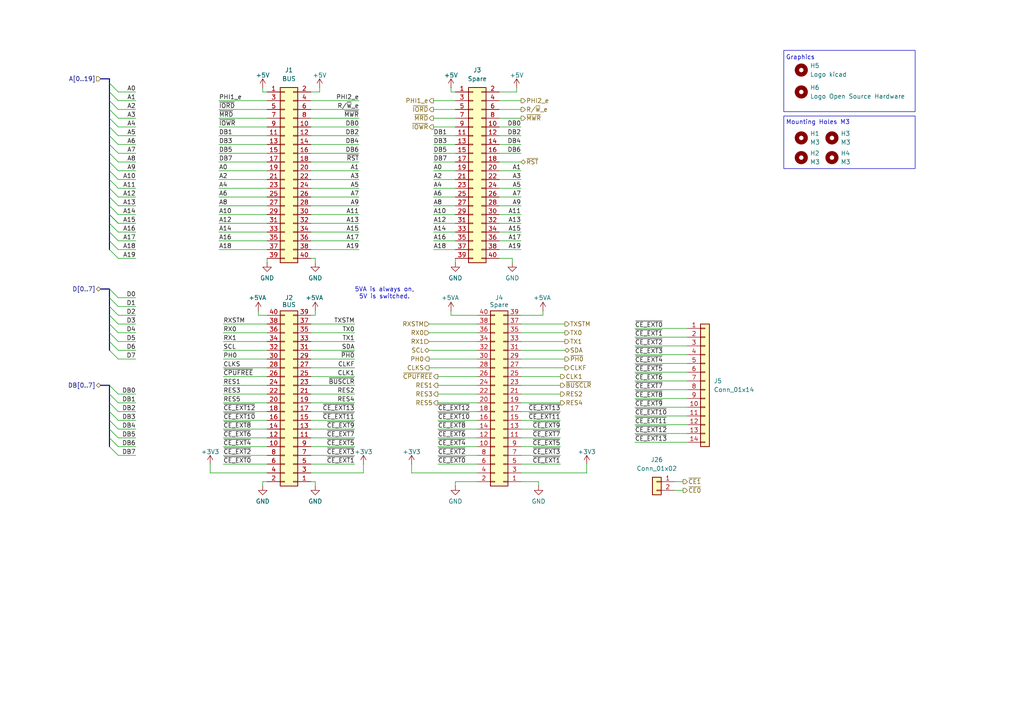
<source format=kicad_sch>
(kicad_sch (version 20231120) (generator "eeschema") (generator_version "8.0")
  (paper "A4")
  (title_block (title "Unicomp v3 - Bus") (date "2024-10-01") (rev "v1.0") (company "100% Offner") (comment 1 "v1.0: Initial"))
  (lib_symbols
    (symbol "Connector_Generic:Conn_01x02" (pin_names (offset 1.016) hide)
      (property "Reference" "J" (at 0 2.54 0))
      (property "Value" "Conn_01x02" (at 0 -5.08 0))
      (symbol "Conn_01x02_1_1"
        (rectangle (start -1.27 -2.413) (end 0 -2.667) (stroke (width 0.1524)))
        (rectangle (start -1.27 0.127) (end 0 -0.127) (stroke (width 0.1524)))
        (rectangle (start -1.27 1.27) (end 1.27 -3.81) (stroke (width 0.254)) (fill (type background)))
        (pin passive line (at -5.08 0 0) (length 3.81) (name "Pin_1") (number "1"))
        (pin passive line (at -5.08 -2.54 0) (length 3.81) (name "Pin_2") (number "2"))
      )
    )
    (symbol "Connector_Generic:Conn_01x14" (pin_names (offset 1.016) hide)
      (property "Reference" "J" (at 0 17.78 0))
      (property "Value" "Conn_01x14" (at 0 -20.32 0))
      (symbol "Conn_01x14_1_1"
        (rectangle (start -1.27 -17.653) (end 0 -17.907) (stroke (width 0.1524)))
        (rectangle (start -1.27 -15.113) (end 0 -15.367) (stroke (width 0.1524)))
        (rectangle (start -1.27 -12.573) (end 0 -12.827) (stroke (width 0.1524)))
        (rectangle (start -1.27 -10.033) (end 0 -10.287) (stroke (width 0.1524)))
        (rectangle (start -1.27 -7.493) (end 0 -7.747) (stroke (width 0.1524)))
        (rectangle (start -1.27 -4.953) (end 0 -5.207) (stroke (width 0.1524)))
        (rectangle (start -1.27 -2.413) (end 0 -2.667) (stroke (width 0.1524)))
        (rectangle (start -1.27 0.127) (end 0 -0.127) (stroke (width 0.1524)))
        (rectangle (start -1.27 2.667) (end 0 2.413) (stroke (width 0.1524)))
        (rectangle (start -1.27 5.207) (end 0 4.953) (stroke (width 0.1524)))
        (rectangle (start -1.27 7.747) (end 0 7.493) (stroke (width 0.1524)))
        (rectangle (start -1.27 10.287) (end 0 10.033) (stroke (width 0.1524)))
        (rectangle (start -1.27 12.827) (end 0 12.573) (stroke (width 0.1524)))
        (rectangle (start -1.27 15.367) (end 0 15.113) (stroke (width 0.1524)))
        (rectangle (start -1.27 16.51) (end 1.27 -19.05) (stroke (width 0.254)) (fill (type background)))
        (pin passive line (at -5.08 15.24 0) (length 3.81) (name "Pin_1") (number "1"))
        (pin passive line (at -5.08 -7.62 0) (length 3.81) (name "Pin_10") (number "10"))
        (pin passive line (at -5.08 -10.16 0) (length 3.81) (name "Pin_11") (number "11"))
        (pin passive line (at -5.08 -12.7 0) (length 3.81) (name "Pin_12") (number "12"))
        (pin passive line (at -5.08 -15.24 0) (length 3.81) (name "Pin_13") (number "13"))
        (pin passive line (at -5.08 -17.78 0) (length 3.81) (name "Pin_14") (number "14"))
        (pin passive line (at -5.08 12.7 0) (length 3.81) (name "Pin_2") (number "2"))
        (pin passive line (at -5.08 10.16 0) (length 3.81) (name "Pin_3") (number "3"))
        (pin passive line (at -5.08 7.62 0) (length 3.81) (name "Pin_4") (number "4"))
        (pin passive line (at -5.08 5.08 0) (length 3.81) (name "Pin_5") (number "5"))
        (pin passive line (at -5.08 2.54 0) (length 3.81) (name "Pin_6") (number "6"))
        (pin passive line (at -5.08 0 0) (length 3.81) (name "Pin_7") (number "7"))
        (pin passive line (at -5.08 -2.54 0) (length 3.81) (name "Pin_8") (number "8"))
        (pin passive line (at -5.08 -5.08 0) (length 3.81) (name "Pin_9") (number "9"))
      )
    )
    (symbol "Connector_Generic:Conn_02x20_Odd_Even" (pin_names (offset 1.016) hide)
      (property "Reference" "J" (at 1.27 25.4 0))
      (property "Value" "Conn_02x20_Odd_Even" (at 1.27 -27.94 0))
      (symbol "Conn_02x20_Odd_Even_1_1"
        (rectangle (start -1.27 -25.273) (end 0 -25.527) (stroke (width 0.1524)))
        (rectangle (start -1.27 -22.733) (end 0 -22.987) (stroke (width 0.1524)))
        (rectangle (start -1.27 -20.193) (end 0 -20.447) (stroke (width 0.1524)))
        (rectangle (start -1.27 -17.653) (end 0 -17.907) (stroke (width 0.1524)))
        (rectangle (start -1.27 -15.113) (end 0 -15.367) (stroke (width 0.1524)))
        (rectangle (start -1.27 -12.573) (end 0 -12.827) (stroke (width 0.1524)))
        (rectangle (start -1.27 -10.033) (end 0 -10.287) (stroke (width 0.1524)))
        (rectangle (start -1.27 -7.493) (end 0 -7.747) (stroke (width 0.1524)))
        (rectangle (start -1.27 -4.953) (end 0 -5.207) (stroke (width 0.1524)))
        (rectangle (start -1.27 -2.413) (end 0 -2.667) (stroke (width 0.1524)))
        (rectangle (start -1.27 0.127) (end 0 -0.127) (stroke (width 0.1524)))
        (rectangle (start -1.27 2.667) (end 0 2.413) (stroke (width 0.1524)))
        (rectangle (start -1.27 5.207) (end 0 4.953) (stroke (width 0.1524)))
        (rectangle (start -1.27 7.747) (end 0 7.493) (stroke (width 0.1524)))
        (rectangle (start -1.27 10.287) (end 0 10.033) (stroke (width 0.1524)))
        (rectangle (start -1.27 12.827) (end 0 12.573) (stroke (width 0.1524)))
        (rectangle (start -1.27 15.367) (end 0 15.113) (stroke (width 0.1524)))
        (rectangle (start -1.27 17.907) (end 0 17.653) (stroke (width 0.1524)))
        (rectangle (start -1.27 20.447) (end 0 20.193) (stroke (width 0.1524)))
        (rectangle (start -1.27 22.987) (end 0 22.733) (stroke (width 0.1524)))
        (rectangle (start -1.27 24.13) (end 3.81 -26.67) (stroke (width 0.254)) (fill (type background)))
        (rectangle (start 3.81 -25.273) (end 2.54 -25.527) (stroke (width 0.1524)))
        (rectangle (start 3.81 -22.733) (end 2.54 -22.987) (stroke (width 0.1524)))
        (rectangle (start 3.81 -20.193) (end 2.54 -20.447) (stroke (width 0.1524)))
        (rectangle (start 3.81 -17.653) (end 2.54 -17.907) (stroke (width 0.1524)))
        (rectangle (start 3.81 -15.113) (end 2.54 -15.367) (stroke (width 0.1524)))
        (rectangle (start 3.81 -12.573) (end 2.54 -12.827) (stroke (width 0.1524)))
        (rectangle (start 3.81 -10.033) (end 2.54 -10.287) (stroke (width 0.1524)))
        (rectangle (start 3.81 -7.493) (end 2.54 -7.747) (stroke (width 0.1524)))
        (rectangle (start 3.81 -4.953) (end 2.54 -5.207) (stroke (width 0.1524)))
        (rectangle (start 3.81 -2.413) (end 2.54 -2.667) (stroke (width 0.1524)))
        (rectangle (start 3.81 0.127) (end 2.54 -0.127) (stroke (width 0.1524)))
        (rectangle (start 3.81 2.667) (end 2.54 2.413) (stroke (width 0.1524)))
        (rectangle (start 3.81 5.207) (end 2.54 4.953) (stroke (width 0.1524)))
        (rectangle (start 3.81 7.747) (end 2.54 7.493) (stroke (width 0.1524)))
        (rectangle (start 3.81 10.287) (end 2.54 10.033) (stroke (width 0.1524)))
        (rectangle (start 3.81 12.827) (end 2.54 12.573) (stroke (width 0.1524)))
        (rectangle (start 3.81 15.367) (end 2.54 15.113) (stroke (width 0.1524)))
        (rectangle (start 3.81 17.907) (end 2.54 17.653) (stroke (width 0.1524)))
        (rectangle (start 3.81 20.447) (end 2.54 20.193) (stroke (width 0.1524)))
        (rectangle (start 3.81 22.987) (end 2.54 22.733) (stroke (width 0.1524)))
        (pin passive line (at -5.08 22.86 0) (length 3.81) (name "Pin_1") (number "1"))
        (pin passive line (at 7.62 12.7 180) (length 3.81) (name "Pin_10") (number "10"))
        (pin passive line (at -5.08 10.16 0) (length 3.81) (name "Pin_11") (number "11"))
        (pin passive line (at 7.62 10.16 180) (length 3.81) (name "Pin_12") (number "12"))
        (pin passive line (at -5.08 7.62 0) (length 3.81) (name "Pin_13") (number "13"))
        (pin passive line (at 7.62 7.62 180) (length 3.81) (name "Pin_14") (number "14"))
        (pin passive line (at -5.08 5.08 0) (length 3.81) (name "Pin_15") (number "15"))
        (pin passive line (at 7.62 5.08 180) (length 3.81) (name "Pin_16") (number "16"))
        (pin passive line (at -5.08 2.54 0) (length 3.81) (name "Pin_17") (number "17"))
        (pin passive line (at 7.62 2.54 180) (length 3.81) (name "Pin_18") (number "18"))
        (pin passive line (at -5.08 0 0) (length 3.81) (name "Pin_19") (number "19"))
        (pin passive line (at 7.62 22.86 180) (length 3.81) (name "Pin_2") (number "2"))
        (pin passive line (at 7.62 0 180) (length 3.81) (name "Pin_20") (number "20"))
        (pin passive line (at -5.08 -2.54 0) (length 3.81) (name "Pin_21") (number "21"))
        (pin passive line (at 7.62 -2.54 180) (length 3.81) (name "Pin_22") (number "22"))
        (pin passive line (at -5.08 -5.08 0) (length 3.81) (name "Pin_23") (number "23"))
        (pin passive line (at 7.62 -5.08 180) (length 3.81) (name "Pin_24") (number "24"))
        (pin passive line (at -5.08 -7.62 0) (length 3.81) (name "Pin_25") (number "25"))
        (pin passive line (at 7.62 -7.62 180) (length 3.81) (name "Pin_26") (number "26"))
        (pin passive line (at -5.08 -10.16 0) (length 3.81) (name "Pin_27") (number "27"))
        (pin passive line (at 7.62 -10.16 180) (length 3.81) (name "Pin_28") (number "28"))
        (pin passive line (at -5.08 -12.7 0) (length 3.81) (name "Pin_29") (number "29"))
        (pin passive line (at -5.08 20.32 0) (length 3.81) (name "Pin_3") (number "3"))
        (pin passive line (at 7.62 -12.7 180) (length 3.81) (name "Pin_30") (number "30"))
        (pin passive line (at -5.08 -15.24 0) (length 3.81) (name "Pin_31") (number "31"))
        (pin passive line (at 7.62 -15.24 180) (length 3.81) (name "Pin_32") (number "32"))
        (pin passive line (at -5.08 -17.78 0) (length 3.81) (name "Pin_33") (number "33"))
        (pin passive line (at 7.62 -17.78 180) (length 3.81) (name "Pin_34") (number "34"))
        (pin passive line (at -5.08 -20.32 0) (length 3.81) (name "Pin_35") (number "35"))
        (pin passive line (at 7.62 -20.32 180) (length 3.81) (name "Pin_36") (number "36"))
        (pin passive line (at -5.08 -22.86 0) (length 3.81) (name "Pin_37") (number "37"))
        (pin passive line (at 7.62 -22.86 180) (length 3.81) (name "Pin_38") (number "38"))
        (pin passive line (at -5.08 -25.4 0) (length 3.81) (name "Pin_39") (number "39"))
        (pin passive line (at 7.62 20.32 180) (length 3.81) (name "Pin_4") (number "4"))
        (pin passive line (at 7.62 -25.4 180) (length 3.81) (name "Pin_40") (number "40"))
        (pin passive line (at -5.08 17.78 0) (length 3.81) (name "Pin_5") (number "5"))
        (pin passive line (at 7.62 17.78 180) (length 3.81) (name "Pin_6") (number "6"))
        (pin passive line (at -5.08 15.24 0) (length 3.81) (name "Pin_7") (number "7"))
        (pin passive line (at 7.62 15.24 180) (length 3.81) (name "Pin_8") (number "8"))
        (pin passive line (at -5.08 12.7 0) (length 3.81) (name "Pin_9") (number "9"))
      )
    )
    (symbol "Mechanical:MountingHole" (pin_names (offset 1.016)) (exclude_from_sim yes) (in_bom no)
      (property "Reference" "H" (at 0 5.08 0))
      (property "Value" "MountingHole" (at 0 3.175 0))
      (symbol "MountingHole_0_1"
        (circle (center 0 0) (radius 1.27) (stroke (width 1.27)))
      )
    )
    (symbol "power:+3V3" (power) (pin_numbers hide) (pin_names (offset 0) hide)
      (property "Value" "+3V3" (at 0 3.556 0))
      (symbol "+3V3_0_1"
        (polyline (pts (xy -0.762 1.27) (xy 0 2.54)))
        (polyline (pts (xy 0 0) (xy 0 2.54)))
        (polyline (pts (xy 0 2.54) (xy 0.762 1.27)))
      )
      (symbol "+3V3_1_1"
        (pin power_in line (at 0 0 90) (length 0) (name "~") (number "1"))
      )
    )
    (symbol "power:+5V" (power) (pin_numbers hide) (pin_names (offset 0) hide)
      (property "Value" "+5V" (at 0 3.556 0))
      (symbol "+5V_0_1"
        (polyline (pts (xy -0.762 1.27) (xy 0 2.54)))
        (polyline (pts (xy 0 0) (xy 0 2.54)))
        (polyline (pts (xy 0 2.54) (xy 0.762 1.27)))
      )
      (symbol "+5V_1_1"
        (pin power_in line (at 0 0 90) (length 0) (name "~") (number "1"))
      )
    )
    (symbol "power:+5VA" (power) (pin_numbers hide) (pin_names (offset 0) hide)
      (property "Value" "+5VA" (at 0 3.556 0))
      (symbol "+5VA_0_1"
        (polyline (pts (xy -0.762 1.27) (xy 0 2.54)))
        (polyline (pts (xy 0 0) (xy 0 2.54)))
        (polyline (pts (xy 0 2.54) (xy 0.762 1.27)))
      )
      (symbol "+5VA_1_1"
        (pin power_in line (at 0 0 90) (length 0) (name "~") (number "1"))
      )
    )
    (symbol "power:GND" (power) (pin_numbers hide) (pin_names (offset 0) hide)
      (property "Value" "GND" (at 0 -3.81 0))
      (symbol "GND_0_1"
        (polyline (pts (xy 0 0) (xy 0 -1.27) (xy 1.27 -1.27) (xy 0 -2.54) (xy -1.27 -1.27) (xy 0 -1.27)))
      )
      (symbol "GND_1_1"
        (pin power_in line (at 0 0 270) (length 0) (name "~") (number "1"))
      )
    )
  )
  (bus_entry (at 31.75 57.15) (size 2.54 2.54))
  (bus_entry (at 31.75 111.76) (size 2.54 2.54))
  (bus_entry (at 31.75 49.53) (size 2.54 2.54))
  (bus_entry (at 31.75 34.29) (size 2.54 2.54))
  (bus_entry (at 31.75 129.54) (size 2.54 2.54))
  (bus_entry (at 31.75 116.84) (size 2.54 2.54))
  (bus_entry (at 31.75 114.3) (size 2.54 2.54))
  (bus_entry (at 31.75 62.23) (size 2.54 2.54))
  (bus_entry (at 31.75 72.39) (size 2.54 2.54))
  (bus_entry (at 31.75 91.44) (size 2.54 2.54))
  (bus_entry (at 31.75 83.82) (size 2.54 2.54))
  (bus_entry (at 31.75 99.06) (size 2.54 2.54))
  (bus_entry (at 31.75 36.83) (size 2.54 2.54))
  (bus_entry (at 31.75 24.13) (size 2.54 2.54))
  (bus_entry (at 31.75 67.31) (size 2.54 2.54))
  (bus_entry (at 31.75 54.61) (size 2.54 2.54))
  (bus_entry (at 31.75 44.45) (size 2.54 2.54))
  (bus_entry (at 31.75 86.36) (size 2.54 2.54))
  (bus_entry (at 31.75 41.91) (size 2.54 2.54))
  (bus_entry (at 31.75 46.99) (size 2.54 2.54))
  (bus_entry (at 31.75 39.37) (size 2.54 2.54))
  (bus_entry (at 31.75 119.38) (size 2.54 2.54))
  (bus_entry (at 31.75 31.75) (size 2.54 2.54))
  (bus_entry (at 31.75 29.21) (size 2.54 2.54))
  (bus_entry (at 31.75 96.52) (size 2.54 2.54))
  (bus_entry (at 31.75 26.67) (size 2.54 2.54))
  (bus_entry (at 31.75 88.9) (size 2.54 2.54))
  (bus_entry (at 31.75 121.92) (size 2.54 2.54))
  (bus_entry (at 31.75 52.07) (size 2.54 2.54))
  (bus_entry (at 31.75 62.23) (size 2.54 2.54))
  (bus_entry (at 31.75 69.85) (size 2.54 2.54))
  (bus_entry (at 31.75 124.46) (size 2.54 2.54))
  (bus_entry (at 31.75 59.69) (size 2.54 2.54))
  (bus_entry (at 31.75 93.98) (size 2.54 2.54))
  (bus_entry (at 31.75 64.77) (size 2.54 2.54))
  (bus_entry (at 31.75 101.6) (size 2.54 2.54))
  (bus_entry (at 31.75 127) (size 2.54 2.54))
  (wire (pts (xy 39.37 91.44) (xy 34.29 91.44)))
  (wire (pts (xy 125.73 41.91) (xy 132.08 41.91)))
  (bus (pts (xy 31.75 91.44) (xy 31.75 88.9)))
  (bus (pts (xy 31.75 31.75) (xy 31.75 29.21)))
  (wire (pts (xy 91.44 74.93) (xy 90.17 74.93)))
  (bus (pts (xy 31.75 124.46) (xy 31.75 121.92)))
  (wire (pts (xy 184.15 105.41) (xy 199.39 105.41)))
  (wire (pts (xy 151.13 116.84) (xy 162.56 116.84)))
  (wire (pts (xy 125.73 44.45) (xy 132.08 44.45)))
  (wire (pts (xy 63.5 29.21) (xy 77.47 29.21)))
  (bus (pts (xy 31.75 114.3) (xy 31.75 111.76)))
  (bus (pts (xy 31.75 121.92) (xy 31.75 119.38)))
  (wire (pts (xy 144.78 57.15) (xy 151.13 57.15)))
  (wire (pts (xy 91.44 90.17) (xy 91.44 91.44)))
  (wire (pts (xy 156.21 139.7) (xy 151.13 139.7)))
  (wire (pts (xy 39.37 104.14) (xy 34.29 104.14)))
  (wire (pts (xy 90.17 99.06) (xy 102.87 99.06)))
  (wire (pts (xy 170.18 134.62) (xy 170.18 137.16)))
  (wire (pts (xy 125.73 39.37) (xy 132.08 39.37)))
  (wire (pts (xy 63.5 64.77) (xy 77.47 64.77)))
  (wire (pts (xy 130.81 90.17) (xy 130.81 91.44)))
  (wire (pts (xy 64.77 134.62) (xy 77.47 134.62)))
  (wire (pts (xy 144.78 64.77) (xy 151.13 64.77)))
  (wire (pts (xy 144.78 69.85) (xy 151.13 69.85)))
  (wire (pts (xy 198.12 142.24) (xy 195.58 142.24)))
  (wire (pts (xy 39.37 127) (xy 34.29 127)))
  (wire (pts (xy 64.77 121.92) (xy 77.47 121.92)))
  (wire (pts (xy 151.13 129.54) (xy 162.56 129.54)))
  (wire (pts (xy 127 111.76) (xy 138.43 111.76)))
  (wire (pts (xy 90.17 64.77) (xy 104.14 64.77)))
  (wire (pts (xy 149.86 26.67) (xy 144.78 26.67)))
  (wire (pts (xy 39.37 69.85) (xy 34.29 69.85)))
  (wire (pts (xy 91.44 76.2) (xy 91.44 74.93)))
  (wire (pts (xy 151.13 99.06) (xy 163.83 99.06)))
  (wire (pts (xy 90.17 59.69) (xy 104.14 59.69)))
  (wire (pts (xy 127 127) (xy 138.43 127)))
  (wire (pts (xy 184.15 97.79) (xy 199.39 97.79)))
  (wire (pts (xy 130.81 91.44) (xy 138.43 91.44)))
  (wire (pts (xy 63.5 36.83) (xy 77.47 36.83)))
  (wire (pts (xy 63.5 39.37) (xy 77.47 39.37)))
  (wire (pts (xy 184.15 102.87) (xy 199.39 102.87)))
  (bus (pts (xy 31.75 116.84) (xy 31.75 114.3)))
  (wire (pts (xy 90.17 116.84) (xy 102.87 116.84)))
  (wire (pts (xy 39.37 121.92) (xy 34.29 121.92)))
  (bus (pts (xy 31.75 127) (xy 31.75 124.46)))
  (wire (pts (xy 157.48 90.17) (xy 157.48 91.44)))
  (wire (pts (xy 125.73 69.85) (xy 132.08 69.85)))
  (wire (pts (xy 60.96 137.16) (xy 77.47 137.16)))
  (wire (pts (xy 148.59 76.2) (xy 148.59 74.93)))
  (wire (pts (xy 151.13 127) (xy 162.56 127)))
  (bus (pts (xy 31.75 99.06) (xy 31.75 96.52)))
  (bus (pts (xy 31.75 88.9) (xy 31.75 86.36)))
  (wire (pts (xy 125.73 46.99) (xy 132.08 46.99)))
  (wire (pts (xy 76.2 25.4) (xy 76.2 26.67)))
  (wire (pts (xy 125.73 31.75) (xy 132.08 31.75)))
  (wire (pts (xy 39.37 36.83) (xy 34.29 36.83)))
  (wire (pts (xy 39.37 57.15) (xy 34.29 57.15)))
  (wire (pts (xy 74.93 91.44) (xy 77.47 91.44)))
  (bus (pts (xy 31.75 64.77) (xy 31.75 62.23)))
  (wire (pts (xy 39.37 62.23) (xy 34.29 62.23)))
  (wire (pts (xy 64.77 99.06) (xy 77.47 99.06)))
  (wire (pts (xy 149.86 25.4) (xy 149.86 26.67)))
  (wire (pts (xy 39.37 132.08) (xy 34.29 132.08)))
  (wire (pts (xy 125.73 57.15) (xy 132.08 57.15)))
  (wire (pts (xy 39.37 52.07) (xy 34.29 52.07)))
  (wire (pts (xy 90.17 36.83) (xy 104.14 36.83)))
  (wire (pts (xy 39.37 49.53) (xy 34.29 49.53)))
  (bus (pts (xy 31.75 44.45) (xy 31.75 41.91)))
  (wire (pts (xy 92.71 25.4) (xy 92.71 26.67)))
  (wire (pts (xy 39.37 119.38) (xy 34.29 119.38)))
  (wire (pts (xy 90.17 31.75) (xy 104.14 31.75)))
  (wire (pts (xy 64.77 124.46) (xy 77.47 124.46)))
  (bus (pts (xy 31.75 86.36) (xy 31.75 83.82)))
  (wire (pts (xy 64.77 106.68) (xy 77.47 106.68)))
  (wire (pts (xy 39.37 88.9) (xy 34.29 88.9)))
  (wire (pts (xy 64.77 101.6) (xy 77.47 101.6)))
  (wire (pts (xy 64.77 114.3) (xy 77.47 114.3)))
  (bus (pts (xy 31.75 69.85) (xy 31.75 67.31)))
  (wire (pts (xy 39.37 46.99) (xy 34.29 46.99)))
  (wire (pts (xy 125.73 59.69) (xy 132.08 59.69)))
  (wire (pts (xy 39.37 96.52) (xy 34.29 96.52)))
  (wire (pts (xy 64.77 129.54) (xy 77.47 129.54)))
  (wire (pts (xy 39.37 39.37) (xy 34.29 39.37)))
  (wire (pts (xy 125.73 36.83) (xy 132.08 36.83)))
  (bus (pts (xy 31.75 111.76) (xy 29.21 111.76)))
  (wire (pts (xy 125.73 52.07) (xy 132.08 52.07)))
  (wire (pts (xy 39.37 34.29) (xy 34.29 34.29)))
  (wire (pts (xy 63.5 31.75) (xy 77.47 31.75)))
  (wire (pts (xy 127 116.84) (xy 138.43 116.84)))
  (wire (pts (xy 151.13 124.46) (xy 162.56 124.46)))
  (wire (pts (xy 184.15 123.19) (xy 199.39 123.19)))
  (wire (pts (xy 130.81 26.67) (xy 132.08 26.67)))
  (wire (pts (xy 151.13 101.6) (xy 163.83 101.6)))
  (wire (pts (xy 184.15 107.95) (xy 199.39 107.95)))
  (bus (pts (xy 31.75 39.37) (xy 31.75 36.83)))
  (wire (pts (xy 63.5 52.07) (xy 77.47 52.07)))
  (wire (pts (xy 90.17 134.62) (xy 102.87 134.62)))
  (bus (pts (xy 31.75 93.98) (xy 31.75 91.44)))
  (wire (pts (xy 39.37 44.45) (xy 34.29 44.45)))
  (wire (pts (xy 157.48 91.44) (xy 151.13 91.44)))
  (wire (pts (xy 127 114.3) (xy 138.43 114.3)))
  (wire (pts (xy 124.46 106.68) (xy 138.43 106.68)))
  (wire (pts (xy 77.47 76.2) (xy 77.47 74.93)))
  (wire (pts (xy 63.5 72.39) (xy 77.47 72.39)))
  (wire (pts (xy 151.13 109.22) (xy 162.56 109.22)))
  (wire (pts (xy 90.17 69.85) (xy 104.14 69.85)))
  (wire (pts (xy 184.15 100.33) (xy 199.39 100.33)))
  (wire (pts (xy 63.5 62.23) (xy 77.47 62.23)))
  (wire (pts (xy 127 119.38) (xy 138.43 119.38)))
  (wire (pts (xy 63.5 59.69) (xy 77.47 59.69)))
  (wire (pts (xy 195.58 139.7) (xy 198.12 139.7)))
  (bus (pts (xy 31.75 129.54) (xy 31.75 127)))
  (wire (pts (xy 90.17 57.15) (xy 104.14 57.15)))
  (wire (pts (xy 91.44 91.44) (xy 90.17 91.44)))
  (wire (pts (xy 125.73 62.23) (xy 132.08 62.23)))
  (bus (pts (xy 31.75 52.07) (xy 31.75 49.53)))
  (bus (pts (xy 31.75 54.61) (xy 31.75 52.07)))
  (wire (pts (xy 39.37 64.77) (xy 34.29 64.77)))
  (wire (pts (xy 184.15 95.25) (xy 199.39 95.25)))
  (wire (pts (xy 144.78 62.23) (xy 151.13 62.23)))
  (wire (pts (xy 125.73 34.29) (xy 132.08 34.29)))
  (bus (pts (xy 31.75 72.39) (xy 31.75 69.85)))
  (wire (pts (xy 144.78 67.31) (xy 151.13 67.31)))
  (wire (pts (xy 151.13 132.08) (xy 162.56 132.08)))
  (wire (pts (xy 119.38 137.16) (xy 138.43 137.16)))
  (wire (pts (xy 151.13 96.52) (xy 163.83 96.52)))
  (wire (pts (xy 63.5 54.61) (xy 77.47 54.61)))
  (bus (pts (xy 31.75 49.53) (xy 31.75 46.99)))
  (wire (pts (xy 76.2 140.97) (xy 76.2 139.7)))
  (wire (pts (xy 156.21 140.97) (xy 156.21 139.7)))
  (wire (pts (xy 39.37 99.06) (xy 34.29 99.06)))
  (wire (pts (xy 91.44 140.97) (xy 91.44 139.7)))
  (bus (pts (xy 31.75 29.21) (xy 31.75 26.67)))
  (wire (pts (xy 125.73 67.31) (xy 132.08 67.31)))
  (wire (pts (xy 144.78 49.53) (xy 151.13 49.53)))
  (wire (pts (xy 39.37 86.36) (xy 34.29 86.36)))
  (bus (pts (xy 31.75 83.82) (xy 29.21 83.82)))
  (wire (pts (xy 127 121.92) (xy 138.43 121.92)))
  (wire (pts (xy 127 129.54) (xy 138.43 129.54)))
  (wire (pts (xy 63.5 34.29) (xy 77.47 34.29)))
  (wire (pts (xy 144.78 34.29) (xy 151.13 34.29)))
  (wire (pts (xy 184.15 118.11) (xy 199.39 118.11)))
  (wire (pts (xy 63.5 46.99) (xy 77.47 46.99)))
  (wire (pts (xy 90.17 106.68) (xy 102.87 106.68)))
  (wire (pts (xy 144.78 29.21) (xy 151.13 29.21)))
  (wire (pts (xy 76.2 26.67) (xy 77.47 26.67)))
  (wire (pts (xy 90.17 114.3) (xy 102.87 114.3)))
  (wire (pts (xy 184.15 125.73) (xy 199.39 125.73)))
  (wire (pts (xy 132.08 76.2) (xy 132.08 74.93)))
  (wire (pts (xy 39.37 116.84) (xy 34.29 116.84)))
  (wire (pts (xy 125.73 72.39) (xy 132.08 72.39)))
  (wire (pts (xy 74.93 90.17) (xy 74.93 91.44)))
  (wire (pts (xy 64.77 109.22) (xy 77.47 109.22)))
  (wire (pts (xy 39.37 74.93) (xy 34.29 74.93)))
  (wire (pts (xy 90.17 104.14) (xy 102.87 104.14)))
  (wire (pts (xy 184.15 128.27) (xy 199.39 128.27)))
  (wire (pts (xy 90.17 44.45) (xy 104.14 44.45)))
  (wire (pts (xy 64.77 111.76) (xy 77.47 111.76)))
  (wire (pts (xy 144.78 54.61) (xy 151.13 54.61)))
  (wire (pts (xy 124.46 101.6) (xy 138.43 101.6)))
  (bus (pts (xy 31.75 57.15) (xy 31.75 54.61)))
  (wire (pts (xy 151.13 93.98) (xy 163.83 93.98)))
  (wire (pts (xy 63.5 69.85) (xy 77.47 69.85)))
  (wire (pts (xy 64.77 93.98) (xy 77.47 93.98)))
  (wire (pts (xy 39.37 31.75) (xy 34.29 31.75)))
  (wire (pts (xy 90.17 62.23) (xy 104.14 62.23)))
  (wire (pts (xy 124.46 96.52) (xy 138.43 96.52)))
  (wire (pts (xy 127 124.46) (xy 138.43 124.46)))
  (wire (pts (xy 90.17 49.53) (xy 104.14 49.53)))
  (bus (pts (xy 31.75 46.99) (xy 31.75 44.45)))
  (wire (pts (xy 64.77 96.52) (xy 77.47 96.52)))
  (wire (pts (xy 124.46 104.14) (xy 138.43 104.14)))
  (wire (pts (xy 90.17 127) (xy 102.87 127)))
  (wire (pts (xy 92.71 26.67) (xy 90.17 26.67)))
  (wire (pts (xy 76.2 139.7) (xy 77.47 139.7)))
  (wire (pts (xy 124.46 99.06) (xy 138.43 99.06)))
  (wire (pts (xy 144.78 44.45) (xy 151.13 44.45)))
  (wire (pts (xy 144.78 59.69) (xy 151.13 59.69)))
  (wire (pts (xy 125.73 54.61) (xy 132.08 54.61)))
  (wire (pts (xy 63.5 67.31) (xy 77.47 67.31)))
  (wire (pts (xy 184.15 113.03) (xy 199.39 113.03)))
  (wire (pts (xy 127 132.08) (xy 138.43 132.08)))
  (wire (pts (xy 90.17 119.38) (xy 102.87 119.38)))
  (wire (pts (xy 63.5 41.91) (xy 77.47 41.91)))
  (wire (pts (xy 39.37 59.69) (xy 34.29 59.69)))
  (wire (pts (xy 63.5 44.45) (xy 77.47 44.45)))
  (wire (pts (xy 60.96 134.62) (xy 60.96 137.16)))
  (wire (pts (xy 151.13 119.38) (xy 162.56 119.38)))
  (wire (pts (xy 64.77 116.84) (xy 77.47 116.84)))
  (wire (pts (xy 90.17 129.54) (xy 102.87 129.54)))
  (wire (pts (xy 127 134.62) (xy 138.43 134.62)))
  (wire (pts (xy 39.37 93.98) (xy 34.29 93.98)))
  (wire (pts (xy 64.77 127) (xy 77.47 127)))
  (wire (pts (xy 39.37 101.6) (xy 34.29 101.6)))
  (bus (pts (xy 31.75 119.38) (xy 31.75 116.84)))
  (wire (pts (xy 64.77 119.38) (xy 77.47 119.38)))
  (wire (pts (xy 144.78 31.75) (xy 151.13 31.75)))
  (bus (pts (xy 31.75 36.83) (xy 31.75 34.29)))
  (wire (pts (xy 151.13 111.76) (xy 162.56 111.76)))
  (wire (pts (xy 90.17 41.91) (xy 104.14 41.91)))
  (wire (pts (xy 151.13 137.16) (xy 170.18 137.16)))
  (wire (pts (xy 63.5 57.15) (xy 77.47 57.15)))
  (wire (pts (xy 148.59 74.93) (xy 144.78 74.93)))
  (wire (pts (xy 90.17 39.37) (xy 104.14 39.37)))
  (wire (pts (xy 119.38 134.62) (xy 119.38 137.16)))
  (wire (pts (xy 90.17 34.29) (xy 104.14 34.29)))
  (wire (pts (xy 39.37 41.91) (xy 34.29 41.91)))
  (wire (pts (xy 132.08 139.7) (xy 138.43 139.7)))
  (wire (pts (xy 125.73 64.77) (xy 132.08 64.77)))
  (wire (pts (xy 39.37 29.21) (xy 34.29 29.21)))
  (wire (pts (xy 90.17 93.98) (xy 102.87 93.98)))
  (wire (pts (xy 144.78 41.91) (xy 151.13 41.91)))
  (wire (pts (xy 144.78 46.99) (xy 151.13 46.99)))
  (wire (pts (xy 39.37 124.46) (xy 34.29 124.46)))
  (bus (pts (xy 31.75 59.69) (xy 31.75 57.15)))
  (wire (pts (xy 90.17 101.6) (xy 102.87 101.6)))
  (wire (pts (xy 90.17 124.46) (xy 102.87 124.46)))
  (bus (pts (xy 31.75 41.91) (xy 31.75 39.37)))
  (wire (pts (xy 90.17 109.22) (xy 102.87 109.22)))
  (wire (pts (xy 151.13 104.14) (xy 163.83 104.14)))
  (wire (pts (xy 125.73 29.21) (xy 132.08 29.21)))
  (wire (pts (xy 184.15 110.49) (xy 199.39 110.49)))
  (bus (pts (xy 31.75 26.67) (xy 31.75 24.13)))
  (wire (pts (xy 184.15 120.65) (xy 199.39 120.65)))
  (wire (pts (xy 64.77 132.08) (xy 77.47 132.08)))
  (bus (pts (xy 31.75 62.23) (xy 31.75 59.69)))
  (wire (pts (xy 39.37 72.39) (xy 34.29 72.39)))
  (wire (pts (xy 90.17 111.76) (xy 102.87 111.76)))
  (wire (pts (xy 39.37 67.31) (xy 34.29 67.31)))
  (bus (pts (xy 31.75 24.13) (xy 31.75 22.86)))
  (wire (pts (xy 130.81 25.4) (xy 130.81 26.67)))
  (wire (pts (xy 90.17 121.92) (xy 102.87 121.92)))
  (wire (pts (xy 90.17 137.16) (xy 105.41 137.16)))
  (bus (pts (xy 31.75 96.52) (xy 31.75 93.98)))
  (wire (pts (xy 90.17 67.31) (xy 104.14 67.31)))
  (wire (pts (xy 63.5 49.53) (xy 77.47 49.53)))
  (wire (pts (xy 90.17 29.21) (xy 104.14 29.21)))
  (wire (pts (xy 90.17 52.07) (xy 104.14 52.07)))
  (wire (pts (xy 90.17 54.61) (xy 104.14 54.61)))
  (wire (pts (xy 125.73 49.53) (xy 132.08 49.53)))
  (wire (pts (xy 39.37 26.67) (xy 34.29 26.67)))
  (wire (pts (xy 144.78 72.39) (xy 151.13 72.39)))
  (bus (pts (xy 31.75 101.6) (xy 31.75 99.06)))
  (wire (pts (xy 90.17 72.39) (xy 104.14 72.39)))
  (wire (pts (xy 151.13 121.92) (xy 162.56 121.92)))
  (wire (pts (xy 151.13 134.62) (xy 162.56 134.62)))
  (wire (pts (xy 151.13 114.3) (xy 162.56 114.3)))
  (bus (pts (xy 31.75 67.31) (xy 31.75 64.77)))
  (wire (pts (xy 144.78 39.37) (xy 151.13 39.37)))
  (wire (pts (xy 144.78 52.07) (xy 151.13 52.07)))
  (wire (pts (xy 90.17 132.08) (xy 102.87 132.08)))
  (wire (pts (xy 39.37 114.3) (xy 34.29 114.3)))
  (wire (pts (xy 127 109.22) (xy 138.43 109.22)))
  (wire (pts (xy 105.41 134.62) (xy 105.41 137.16)))
  (wire (pts (xy 91.44 139.7) (xy 90.17 139.7)))
  (wire (pts (xy 184.15 115.57) (xy 199.39 115.57)))
  (wire (pts (xy 151.13 106.68) (xy 163.83 106.68)))
  (wire (pts (xy 90.17 46.99) (xy 104.14 46.99)))
  (bus (pts (xy 31.75 22.86) (xy 29.21 22.86)))
  (wire (pts (xy 144.78 36.83) (xy 151.13 36.83)))
  (wire (pts (xy 132.08 140.97) (xy 132.08 139.7)))
  (wire (pts (xy 90.17 96.52) (xy 102.87 96.52)))
  (wire (pts (xy 39.37 129.54) (xy 34.29 129.54)))
  (wire (pts (xy 39.37 54.61) (xy 34.29 54.61)))
  (wire (pts (xy 124.46 93.98) (xy 138.43 93.98)))
  (bus (pts (xy 31.75 34.29) (xy 31.75 31.75)))
  (wire (pts (xy 64.77 104.14) (xy 77.47 104.14)))
  (rectangle (start 227.33 33.655) (end 265.43 48.895))
  (rectangle (start 227.33 14.605) (end 265.43 32.385))
  (text "Graphics" (at 232.156 16.764 0) (effects (font (size 1.27 1.27))))
  (text "5VA is always on,\n5V is switched." (at 111.506 85.09 0) (effects (font (size 1.27 1.27))))
  (text "Mounting Holes M3" (at 237.236 35.56 0) (effects (font (size 1.27 1.27))))
  (label "DB7" (at 63.5 46.99 0))
  (label "~{CE_EXT8}" (at 64.77 124.46 0))
  (label "~{CE_EXT1}" (at 102.87 134.62 180))
  (label "~{CE_EXT7}" (at 184.15 113.03 0))
  (label "A19" (at 151.13 72.39 180))
  (label "~{CE_EXT13}" (at 184.15 128.27 0))
  (label "~{CE_EXT6}" (at 64.77 127 0))
  (label "A15" (at 151.13 67.31 180))
  (label "DB3" (at 39.37 121.92 180))
  (label "A0" (at 39.37 26.67 180))
  (label "RX1" (at 64.77 99.06 0))
  (label "A17" (at 39.37 69.85 180))
  (label "A17" (at 104.14 69.85 180))
  (label "A0" (at 63.5 49.53 0))
  (label "~{CE_EXT5}" (at 162.56 129.54 180))
  (label "~{CE_EXT1}" (at 162.56 134.62 180))
  (label "A6" (at 63.5 57.15 0))
  (label "A18" (at 63.5 72.39 0))
  (label "A7" (at 151.13 57.15 180))
  (label "A17" (at 151.13 69.85 180))
  (label "DB7" (at 125.73 46.99 0))
  (label "RES5" (at 64.77 116.84 0))
  (label "~{CE_EXT8}" (at 127 124.46 0))
  (label "A11" (at 151.13 62.23 180))
  (label "DB6" (at 151.13 44.45 180))
  (label "~{CE_EXT13}" (at 102.87 119.38 180))
  (label "DB4" (at 39.37 124.46 180))
  (label "D2" (at 39.37 91.44 180))
  (label "D7" (at 39.37 104.14 180))
  (label "A13" (at 104.14 64.77 180))
  (label "A0" (at 125.73 49.53 0))
  (label "DB5" (at 39.37 127 180))
  (label "A16" (at 63.5 69.85 0))
  (label "A5" (at 39.37 39.37 180))
  (label "A15" (at 39.37 64.77 180))
  (label "A9" (at 39.37 49.53 180))
  (label "~{CE_EXT4}" (at 64.77 129.54 0))
  (label "A4" (at 125.73 54.61 0))
  (label "~{CE_EXT11}" (at 184.15 123.19 0))
  (label "~{CE_EXT13}" (at 162.56 119.38 180))
  (label "A5" (at 104.14 54.61 180))
  (label "A12" (at 63.5 64.77 0))
  (label "DB2" (at 104.14 39.37 180))
  (label "A8" (at 63.5 59.69 0))
  (label "CLK1" (at 102.87 109.22 180))
  (label "~{CE_EXT5}" (at 102.87 129.54 180))
  (label "DB2" (at 39.37 119.38 180))
  (label "SDA" (at 102.87 101.6 180))
  (label "D5" (at 39.37 99.06 180))
  (label "A11" (at 39.37 54.61 180))
  (label "CLKF" (at 102.87 106.68 180))
  (label "A2" (at 63.5 52.07 0))
  (label "~{CE_EXT3}" (at 184.15 102.87 0))
  (label "~{CE_EXT6}" (at 127 127 0))
  (label "~{CE_EXT6}" (at 184.15 110.49 0))
  (label "A5" (at 151.13 54.61 180))
  (label "A11" (at 104.14 62.23 180))
  (label "~{CE_EXT0}" (at 127 134.62 0))
  (label "A7" (at 104.14 57.15 180))
  (label "A10" (at 39.37 52.07 180))
  (label "A16" (at 125.73 69.85 0))
  (label "A9" (at 151.13 59.69 180))
  (label "~{CE_EXT12}" (at 127 119.38 0))
  (label "~{CE_EXT0}" (at 64.77 134.62 0))
  (label "~{IORD}" (at 63.5 31.75 0))
  (label "A3" (at 151.13 52.07 180))
  (label "A2" (at 125.73 52.07 0))
  (label "~{CE_EXT7}" (at 102.87 127 180))
  (label "RES4" (at 102.87 116.84 180))
  (label "~{CE_EXT0}" (at 184.15 95.25 0))
  (label "D0" (at 39.37 86.36 180))
  (label "~{CE_EXT3}" (at 102.87 132.08 180))
  (label "A7" (at 39.37 44.45 180))
  (label "~{CE_EXT9}" (at 184.15 118.11 0))
  (label "A15" (at 104.14 67.31 180))
  (label "PH0" (at 64.77 104.14 0))
  (label "DB1" (at 39.37 116.84 180))
  (label "TX0" (at 102.87 96.52 180))
  (label "~{CE_EXT8}" (at 184.15 115.57 0))
  (label "~{MWR}" (at 104.14 34.29 180))
  (label "A19" (at 104.14 72.39 180))
  (label "DB3" (at 63.5 41.91 0))
  (label "RES1" (at 64.77 111.76 0))
  (label "DB4" (at 151.13 41.91 180))
  (label "A3" (at 39.37 34.29 180))
  (label "DB0" (at 151.13 36.83 180))
  (label "A14" (at 63.5 67.31 0))
  (label "A10" (at 125.73 62.23 0))
  (label "~{RST}" (at 104.14 46.99 180))
  (label "DB1" (at 125.73 39.37 0))
  (label "DB4" (at 104.14 41.91 180))
  (label "A12" (at 39.37 57.15 180))
  (label "~{CE_EXT2}" (at 127 132.08 0))
  (label "D1" (at 39.37 88.9 180))
  (label "~{CE_EXT5}" (at 184.15 107.95 0))
  (label "~{CPUFREE}" (at 64.77 109.22 0))
  (label "DB5" (at 125.73 44.45 0))
  (label "A8" (at 125.73 59.69 0))
  (label "D3" (at 39.37 93.98 180))
  (label "~{IOWR}" (at 63.5 36.83 0))
  (label "A4" (at 39.37 36.83 180))
  (label "~{CE_EXT9}" (at 162.56 124.46 180))
  (label "A10" (at 63.5 62.23 0))
  (label "A14" (at 39.37 62.23 180))
  (label "~{CE_EXT10}" (at 127 121.92 0))
  (label "DB6" (at 104.14 44.45 180))
  (label "~{CE_EXT10}" (at 184.15 120.65 0))
  (label "A2" (at 39.37 31.75 180))
  (label "DB5" (at 63.5 44.45 0))
  (label "R{slash}~{W}_e" (at 104.14 31.75 180))
  (label "DB2" (at 151.13 39.37 180))
  (label "CLKS" (at 64.77 106.68 0))
  (label "PHI2_e" (at 104.14 29.21 180))
  (label "DB1" (at 63.5 39.37 0))
  (label "A6" (at 125.73 57.15 0))
  (label "A13" (at 39.37 59.69 180))
  (label "A14" (at 125.73 67.31 0))
  (label "RES2" (at 102.87 114.3 180))
  (label "A18" (at 39.37 72.39 180))
  (label "A13" (at 151.13 64.77 180))
  (label "~{CE_EXT7}" (at 162.56 127 180))
  (label "~{CE_EXT2}" (at 184.15 100.33 0))
  (label "~{CE_EXT10}" (at 64.77 121.92 0))
  (label "~{CE_EXT11}" (at 162.56 121.92 180))
  (label "A1" (at 104.14 49.53 180))
  (label "~{CE_EXT11}" (at 102.87 121.92 180))
  (label "TXSTM" (at 102.87 93.98 180))
  (label "A12" (at 125.73 64.77 0))
  (label "~{CE_EXT2}" (at 64.77 132.08 0))
  (label "DB7" (at 39.37 132.08 180))
  (label "A3" (at 104.14 52.07 180))
  (label "~{CE_EXT12}" (at 64.77 119.38 0))
  (label "~{CE_EXT1}" (at 184.15 97.79 0))
  (label "A4" (at 63.5 54.61 0))
  (label "DB3" (at 125.73 41.91 0))
  (label "~{CE_EXT3}" (at 162.56 132.08 180))
  (label "D6" (at 39.37 101.6 180))
  (label "D4" (at 39.37 96.52 180))
  (label "TX1" (at 102.87 99.06 180))
  (label "~{CE_EXT12}" (at 184.15 125.73 0))
  (label "SCL" (at 64.77 101.6 0))
  (label "A9" (at 104.14 59.69 180))
  (label "A6" (at 39.37 41.91 180))
  (label "A18" (at 125.73 72.39 0))
  (label "RXSTM" (at 64.77 93.98 0))
  (label "~{PH0}" (at 102.87 104.14 180))
  (label "DB0" (at 39.37 114.3 180))
  (label "DB0" (at 104.14 36.83 180))
  (label "RX0" (at 64.77 96.52 0))
  (label "~{MRD}" (at 63.5 34.29 0))
  (label "RES3" (at 64.77 114.3 0))
  (label "A19" (at 39.37 74.93 180))
  (label "PHI1_e" (at 63.5 29.21 0))
  (label "~{BUSCLR}" (at 102.87 111.76 180))
  (label "~{CE_EXT4}" (at 184.15 105.41 0))
  (label "A16" (at 39.37 67.31 180))
  (label "A8" (at 39.37 46.99 180))
  (label "A1" (at 39.37 29.21 180))
  (label "~{CE_EXT4}" (at 127 129.54 0))
  (label "A1" (at 151.13 49.53 180))
  (label "DB6" (at 39.37 129.54 180))
  (label "~{CE_EXT9}" (at 102.87 124.46 180))
  (hierarchical_label "RES1" (shape output) (at 127 111.76 180))
  (hierarchical_label "RES5" (shape output) (at 127 116.84 180))
  (hierarchical_label "CLKF" (shape output) (at 163.83 106.68 0))
  (hierarchical_label "D[0..7]" (shape bidirectional) (at 29.21 83.82 180))
  (hierarchical_label "~{IOWR}" (shape output) (at 125.73 36.83 180))
  (hierarchical_label "~{CE0}" (shape output) (at 198.12 142.24 0))
  (hierarchical_label "A[0..19]" (shape input) (at 29.21 22.86 180))
  (hierarchical_label "CLK1" (shape output) (at 162.56 109.22 0))
  (hierarchical_label "RX1" (shape input) (at 124.46 99.06 180))
  (hierarchical_label "~{RST}" (shape tri_state) (at 151.13 46.99 0))
  (hierarchical_label "TX0" (shape output) (at 163.83 96.52 0))
  (hierarchical_label "~{BUSCLR}" (shape output) (at 162.56 111.76 0))
  (hierarchical_label "SCL" (shape bidirectional) (at 124.46 101.6 180))
  (hierarchical_label "PHI1_e" (shape output) (at 125.73 29.21 180))
  (hierarchical_label "PH0" (shape output) (at 124.46 104.14 180))
  (hierarchical_label "DB[0..7]" (shape bidirectional) (at 29.21 111.76 180))
  (hierarchical_label "~{IORD}" (shape output) (at 125.73 31.75 180))
  (hierarchical_label "SDA" (shape bidirectional) (at 163.83 101.6 0))
  (hierarchical_label "~{MRD}" (shape output) (at 125.73 34.29 180))
  (hierarchical_label "~{PH0}" (shape output) (at 163.83 104.14 0))
  (hierarchical_label "RES2" (shape output) (at 162.56 114.3 0))
  (hierarchical_label "~{MWR}" (shape output) (at 151.13 34.29 0))
  (hierarchical_label "CLKS" (shape output) (at 124.46 106.68 180))
  (hierarchical_label "TXSTM" (shape output) (at 163.83 93.98 0))
  (hierarchical_label "~{CPUFREE}" (shape output) (at 127 109.22 180))
  (hierarchical_label "RES4" (shape output) (at 162.56 116.84 0))
  (hierarchical_label "R{slash}~{W}_e" (shape output) (at 151.13 31.75 0))
  (hierarchical_label "RES3" (shape output) (at 127 114.3 180))
  (hierarchical_label "TX1" (shape output) (at 163.83 99.06 0))
  (hierarchical_label "RXSTM" (shape input) (at 124.46 93.98 180))
  (hierarchical_label "RX0" (shape input) (at 124.46 96.52 180))
  (hierarchical_label "~{CE1}" (shape output) (at 198.12 139.7 0))
  (hierarchical_label "PHI2_e" (shape output) (at 151.13 29.21 0))
  (symbol (lib_id "Mechanical:MountingHole") (at 232.41 40.005 0) (unit 1) (in_bom no)
    (property "Reference" "H1" (at 234.95 38.7349 0) (effects (justify left)))
    (property "Value" "M3" (at 234.95 41.2749 0) (effects (justify left)))
    (property "Footprint" "MountingHole:MountingHole_3.2mm_M3" (effects (hide yes)))
    (property "Description" "Mounting Hole without connection" (effects (hide yes)))
  )
  (symbol (lib_id "Mechanical:MountingHole") (at 241.3 40.005 0) (unit 1) (in_bom no)
    (property "Reference" "H3" (at 243.84 38.7349 0) (effects (justify left)))
    (property "Value" "M3" (at 243.84 41.2749 0) (effects (justify left)))
    (property "Footprint" "MountingHole:MountingHole_3.2mm_M3" (effects (hide yes)))
    (property "Description" "Mounting Hole without connection" (effects (hide yes)))
  )
  (symbol (lib_id "Connector_Generic:Conn_02x20_Odd_Even") (at 146.05 116.84 180) (unit 1) (in_bom no)
    (property "Reference" "J4" (at 144.78 86.344 0))
    (property "Value" "Spare" (at 144.78 88.392 0))
    (property "Footprint" "Connector_PinSocket_2.54mm:PinSocket_2x20_P2.54mm_Vertical" (effects (hide yes)))
    (property "Description" "Generic connector, double row, 02x20, odd/even pin numbering scheme (row 1 odd numbers, row 2 even numbers), script generated (kicad-library-utils/schlib/autogen/connector/)" (effects (hide yes)))
  )
  (symbol (lib_id "power:+5VA") (at 130.81 90.17 0) (unit 1)
    (property "Reference" "#PWR097" (effects (hide yes)))
    (property "Value" "+5VA" (at 130.556 86.36 0))
    (property "Description" "Power symbol creates a global label with name \"+5VA\"" (effects (hide yes)))
  )
  (symbol (lib_id "power:GND") (at 91.44 140.97 0) (unit 1)
    (property "Reference" "#PWR092" (effects (hide yes)))
    (property "Value" "GND" (at 91.44 145.4134 0))
    (property "Description" "Power symbol creates a global label with name \"GND\" , ground" (effects (hide yes)))
  )
  (symbol (lib_id "power:GND") (at 77.47 76.2 0) (unit 1)
    (property "Reference" "#PWR089" (effects (hide yes)))
    (property "Value" "GND" (at 77.47 80.6434 0))
    (property "Description" "Power symbol creates a global label with name \"GND\" , ground" (effects (hide yes)))
  )
  (symbol (lib_id "power:+5V") (at 76.2 25.4 0) (unit 1)
    (property "Reference" "#PWR087" (effects (hide yes)))
    (property "Value" "+5V" (at 76.2 21.8242 0))
    (property "Description" "Power symbol creates a global label with name \"+5V\"" (effects (hide yes)))
  )
  (symbol (lib_id "power:+3V3") (at 170.18 134.62 0) (unit 1)
    (property "Reference" "#PWR0104" (effects (hide yes)))
    (property "Value" "+3V3" (at 170.18 131.0442 0))
    (property "Description" "Power symbol creates a global label with name \"+3V3\"" (effects (hide yes)))
  )
  (symbol (lib_id "power:+3V3") (at 119.38 134.62 0) (unit 1)
    (property "Reference" "#PWR095" (effects (hide yes)))
    (property "Value" "+3V3" (at 119.38 131.0442 0))
    (property "Description" "Power symbol creates a global label with name \"+3V3\"" (effects (hide yes)))
  )
  (symbol (lib_id "power:+3V3") (at 105.41 134.62 0) (unit 1)
    (property "Reference" "#PWR094" (effects (hide yes)))
    (property "Value" "+3V3" (at 105.41 131.0442 0))
    (property "Description" "Power symbol creates a global label with name \"+3V3\"" (effects (hide yes)))
  )
  (symbol (lib_id "Mechanical:MountingHole") (at 241.3 45.72 0) (unit 1) (in_bom no)
    (property "Reference" "H4" (at 243.84 44.4499 0) (effects (justify left)))
    (property "Value" "M3" (at 243.84 46.9899 0) (effects (justify left)))
    (property "Footprint" "MountingHole:MountingHole_3.2mm_M3" (effects (hide yes)))
    (property "Description" "Mounting Hole without connection" (effects (hide yes)))
  )
  (symbol (lib_id "power:GND") (at 91.44 76.2 0) (unit 1)
    (property "Reference" "#PWR090" (effects (hide yes)))
    (property "Value" "GND" (at 91.44 80.6434 0))
    (property "Description" "Power symbol creates a global label with name \"GND\" , ground" (effects (hide yes)))
  )
  (symbol (lib_id "power:GND") (at 156.21 140.97 0) (unit 1)
    (property "Reference" "#PWR0102" (effects (hide yes)))
    (property "Value" "GND" (at 156.21 145.4134 0))
    (property "Description" "Power symbol creates a global label with name \"GND\" , ground" (effects (hide yes)))
  )
  (symbol (lib_id "power:+3V3") (at 60.96 134.62 0) (unit 1)
    (property "Reference" "#PWR085" (effects (hide yes)))
    (property "Value" "+3V3" (at 60.96 131.0442 0))
    (property "Description" "Power symbol creates a global label with name \"+3V3\"" (effects (hide yes)))
  )
  (symbol (lib_id "power:+5V") (at 130.81 25.4 0) (unit 1)
    (property "Reference" "#PWR096" (effects (hide yes)))
    (property "Value" "+5V" (at 130.81 21.8242 0))
    (property "Description" "Power symbol creates a global label with name \"+5V\"" (effects (hide yes)))
  )
  (symbol (lib_id "power:+5VA") (at 74.93 90.17 0) (unit 1)
    (property "Reference" "#PWR086" (effects (hide yes)))
    (property "Value" "+5VA" (at 74.676 86.36 0))
    (property "Description" "Power symbol creates a global label with name \"+5VA\"" (effects (hide yes)))
  )
  (symbol (lib_id "Connector_Generic:Conn_02x20_Odd_Even") (at 137.16 49.53 0) (unit 1) (in_bom no)
    (property "Reference" "J3" (at 138.43 20.32 0))
    (property "Value" "Spare" (at 138.43 22.86 0))
    (property "Footprint" "Connector_PinSocket_2.54mm:PinSocket_2x20_P2.54mm_Vertical" (effects (hide yes)))
    (property "Description" "Generic connector, double row, 02x20, odd/even pin numbering scheme (row 1 odd numbers, row 2 even numbers), script generated (kicad-library-utils/schlib/autogen/connector/)" (effects (hide yes)))
  )
  (symbol (lib_id "Connector_Generic:Conn_01x14") (at 204.47 110.49 0) (unit 1)
    (property "Reference" "J5" (at 207.01 110.4899 0) (effects (justify left)))
    (property "Value" "Conn_01x14" (at 207.01 113.0299 0) (effects (justify left)))
    (property "Footprint" "Connector_PinSocket_2.54mm:PinSocket_1x14_P2.54mm_Vertical" (effects (hide yes)))
    (property "Description" "Generic connector, single row, 01x14, script generated (kicad-library-utils/schlib/autogen/connector/)" (effects (hide yes)))
  )
  (symbol (lib_id "Mechanical:MountingHole") (at 232.41 45.72 0) (unit 1) (in_bom no)
    (property "Reference" "H2" (at 234.95 44.4499 0) (effects (justify left)))
    (property "Value" "M3" (at 234.95 46.9899 0) (effects (justify left)))
    (property "Footprint" "MountingHole:MountingHole_3.2mm_M3" (effects (hide yes)))
    (property "Description" "Mounting Hole without connection" (effects (hide yes)))
  )
  (symbol (lib_id "Connector_Generic:Conn_02x20_Odd_Even") (at 82.55 49.53 0) (unit 1)
    (property "Reference" "J1" (at 83.82 20.32 0))
    (property "Value" "BUS" (at 83.82 22.86 0))
    (property "Footprint" "Connector_PinSocket_2.54mm:PinSocket_2x20_P2.54mm_Vertical" (effects (hide yes)))
    (property "Description" "Generic connector, double row, 02x20, odd/even pin numbering scheme (row 1 odd numbers, row 2 even numbers), script generated (kicad-library-utils/schlib/autogen/connector/)" (effects (hide yes)))
  )
  (symbol (lib_id "Connector_Generic:Conn_02x20_Odd_Even") (at 85.09 116.84 180) (unit 1)
    (property "Reference" "J2" (at 83.82 86.344 0))
    (property "Value" "BUS" (at 83.82 88.392 0))
    (property "Footprint" "Connector_PinSocket_2.54mm:PinSocket_2x20_P2.54mm_Vertical" (effects (hide yes)))
    (property "Description" "Generic connector, double row, 02x20, odd/even pin numbering scheme (row 1 odd numbers, row 2 even numbers), script generated (kicad-library-utils/schlib/autogen/connector/)" (effects (hide yes)))
  )
  (symbol (lib_id "Mechanical:MountingHole") (at 232.41 20.32 0) (unit 1) (exclude_from_sim yes) (in_bom no)
    (property "Reference" "H5" (at 234.95 19.0499 0) (effects (justify left)))
    (property "Value" "Logo kicad" (at 234.95 21.5899 0) (effects (justify left)))
    (property "Footprint" "Symbol:KiCad-Logo2_6mm_SilkScreen" (effects (hide yes)))
    (property "Description" "Mounting Hole without connection" (effects (hide yes)))
  )
  (symbol (lib_id "power:GND") (at 76.2 140.97 0) (unit 1)
    (property "Reference" "#PWR088" (effects (hide yes)))
    (property "Value" "GND" (at 76.2 145.4134 0))
    (property "Description" "Power symbol creates a global label with name \"GND\" , ground" (effects (hide yes)))
  )
  (symbol (lib_id "Mechanical:MountingHole") (at 232.41 26.67 0) (unit 1) (exclude_from_sim yes) (in_bom no)
    (property "Reference" "H6" (at 234.95 25.3999 0) (effects (justify left)))
    (property "Value" "Logo Open Source Hardware" (at 234.95 27.9399 0) (effects (justify left)))
    (property "Footprint" "Symbol:OSHW-Logo2_7.3x6mm_SilkScreen" (effects (hide yes)))
    (property "Description" "Mounting Hole without connection" (effects (hide yes)))
  )
  (symbol (lib_id "power:+5VA") (at 157.48 90.17 0) (unit 1)
    (property "Reference" "#PWR0103" (effects (hide yes)))
    (property "Value" "+5VA" (at 157.226 86.36 0))
    (property "Description" "Power symbol creates a global label with name \"+5VA\"" (effects (hide yes)))
  )
  (symbol (lib_id "Connector_Generic:Conn_01x02") (at 190.5 139.7 0) (mirror y) (unit 1)
    (property "Reference" "J26" (at 190.5 133.35 0))
    (property "Value" "Conn_01x02" (at 190.5 135.89 0))
    (property "Footprint" "Connector_PinSocket_2.54mm:PinSocket_1x02_P2.54mm_Vertical" (effects (hide yes)))
    (property "Description" "Generic connector, single row, 01x02, script generated (kicad-library-utils/schlib/autogen/connector/)" (effects (hide yes)))
  )
  (symbol (lib_id "power:+5V") (at 149.86 25.4 0) (mirror y) (unit 1)
    (property "Reference" "#PWR0101" (effects (hide yes)))
    (property "Value" "+5V" (at 149.86 21.8242 0))
    (property "Description" "Power symbol creates a global label with name \"+5V\"" (effects (hide yes)))
  )
  (symbol (lib_id "power:GND") (at 132.08 76.2 0) (unit 1)
    (property "Reference" "#PWR098" (effects (hide yes)))
    (property "Value" "GND" (at 132.08 80.6434 0))
    (property "Description" "Power symbol creates a global label with name \"GND\" , ground" (effects (hide yes)))
  )
  (symbol (lib_id "power:GND") (at 148.59 76.2 0) (unit 1)
    (property "Reference" "#PWR0100" (effects (hide yes)))
    (property "Value" "GND" (at 148.59 80.6434 0))
    (property "Description" "Power symbol creates a global label with name \"GND\" , ground" (effects (hide yes)))
  )
  (symbol (lib_id "power:+5VA") (at 91.44 90.17 0) (unit 1)
    (property "Reference" "#PWR091" (effects (hide yes)))
    (property "Value" "+5VA" (at 91.186 86.36 0))
    (property "Description" "Power symbol creates a global label with name \"+5VA\"" (effects (hide yes)))
  )
  (symbol (lib_id "power:GND") (at 132.08 140.97 0) (unit 1)
    (property "Reference" "#PWR099" (effects (hide yes)))
    (property "Value" "GND" (at 132.08 145.4134 0))
    (property "Description" "Power symbol creates a global label with name \"GND\" , ground" (effects (hide yes)))
  )
  (symbol (lib_id "power:+5V") (at 92.71 25.4 0) (mirror y) (unit 1)
    (property "Reference" "#PWR093" (effects (hide yes)))
    (property "Value" "+5V" (at 92.71 21.8242 0))
    (property "Description" "Power symbol creates a global label with name \"+5V\"" (effects (hide yes)))
  )
)
</source>
